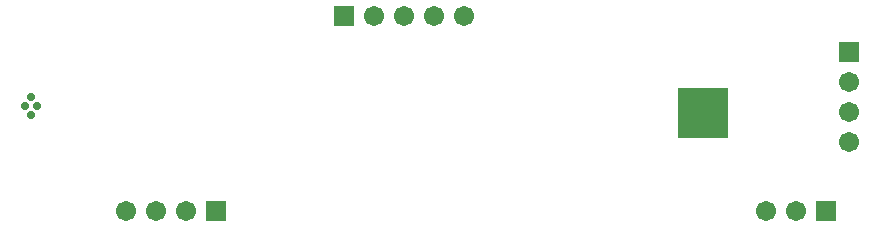
<source format=gbs>
G04 Layer_Color=16711935*
%FSLAX25Y25*%
%MOIN*%
G70*
G01*
G75*
%ADD45R,0.16942X0.16942*%
%ADD64R,0.06706X0.06706*%
%ADD65C,0.06706*%
%ADD66R,0.06706X0.06706*%
%ADD67C,0.02768*%
D45*
X577756Y274508D02*
D03*
D64*
X415512Y242126D02*
D03*
X458032Y307087D02*
D03*
X618858Y242126D02*
D03*
D65*
X405512D02*
D03*
X395512D02*
D03*
X385512D02*
D03*
X468032Y307087D02*
D03*
X478031D02*
D03*
X488031D02*
D03*
X498032D02*
D03*
X598858Y242126D02*
D03*
X608858D02*
D03*
X626476Y285039D02*
D03*
Y275039D02*
D03*
Y265039D02*
D03*
D66*
Y295039D02*
D03*
D67*
X571260Y268012D02*
D03*
Y272342D02*
D03*
Y276673D02*
D03*
Y281004D02*
D03*
X575591Y268012D02*
D03*
Y272342D02*
D03*
Y276673D02*
D03*
Y281004D02*
D03*
X579921Y268012D02*
D03*
Y272342D02*
D03*
Y276673D02*
D03*
Y281004D02*
D03*
X584252Y268012D02*
D03*
Y272342D02*
D03*
Y276673D02*
D03*
Y281004D02*
D03*
X353740Y273819D02*
D03*
X355709Y276969D02*
D03*
X353740Y280118D02*
D03*
X351772Y276969D02*
D03*
M02*

</source>
